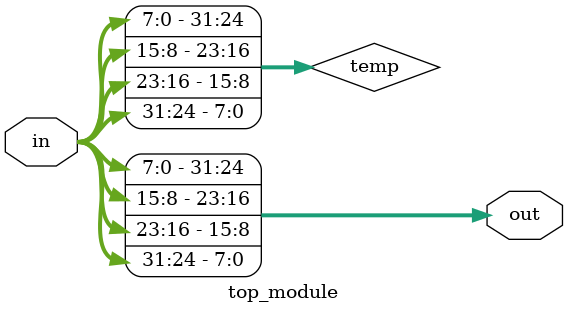
<source format=sv>
module top_module (
    input [31:0] in,
    output [31:0] out
);
  
  // Create a temporary variable to hold the reversed byte order
  wire [31:0] temp;
  
  // Reverse the byte order by swapping the bits
  assign temp[31:24] = in[7:0];
  assign temp[23:16] = in[15:8];
  assign temp[15:8] = in[23:16];
  assign temp[7:0] = in[31:24];
  
  // Assign the reversed byte order to the output
  assign out = temp;
  
endmodule

</source>
